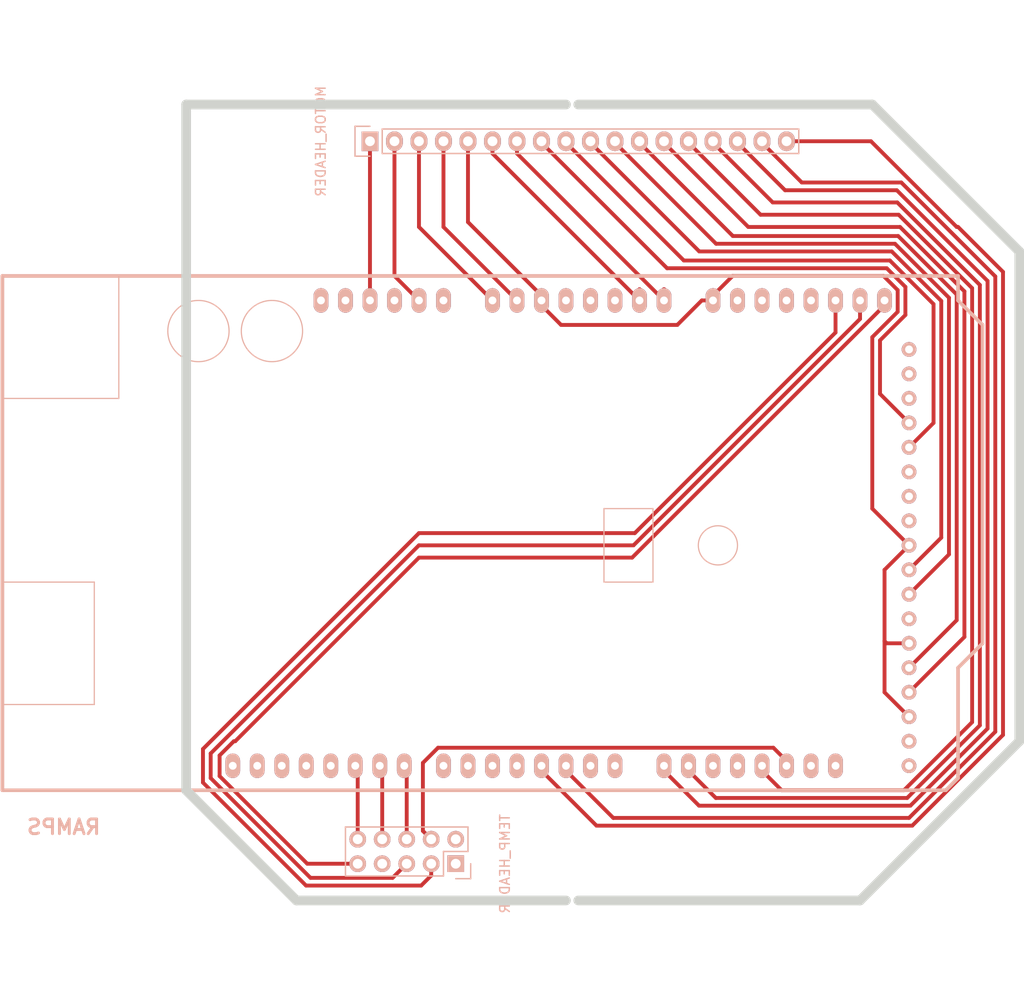
<source format=kicad_pcb>
(kicad_pcb (version 4) (host pcbnew 4.0.0~rc1a-stable)

  (general
    (links 29)
    (no_connects 10)
    (area 60.988173 39.611189 175.760001 144.538811)
    (thickness 1.6)
    (drawings 9)
    (tracks 164)
    (zones 0)
    (modules 3)
    (nets 26)
  )

  (page A4)
  (layers
    (0 F.Cu signal)
    (31 B.Cu signal)
    (32 B.Adhes user)
    (33 F.Adhes user)
    (34 B.Paste user)
    (35 F.Paste user)
    (36 B.SilkS user)
    (37 F.SilkS user)
    (38 B.Mask user)
    (39 F.Mask user)
    (40 Dwgs.User user)
    (41 Cmts.User user)
    (42 Eco1.User user)
    (43 Eco2.User user)
    (44 Edge.Cuts user)
    (45 Margin user)
    (46 B.CrtYd user)
    (47 F.CrtYd user)
    (48 B.Fab user)
    (49 F.Fab user)
  )

  (setup
    (last_trace_width 0.4)
    (trace_clearance 0.4)
    (zone_clearance 0.508)
    (zone_45_only no)
    (trace_min 0.2)
    (segment_width 0.2)
    (edge_width 1)
    (via_size 0.6)
    (via_drill 0.4)
    (via_min_size 0.4)
    (via_min_drill 0.3)
    (uvia_size 0.3)
    (uvia_drill 0.1)
    (uvias_allowed no)
    (uvia_min_size 0.2)
    (uvia_min_drill 0.1)
    (pcb_text_width 0.3)
    (pcb_text_size 1.5 1.5)
    (mod_edge_width 0.15)
    (mod_text_size 1 1)
    (mod_text_width 0.15)
    (pad_size 1.524 1.524)
    (pad_drill 0.762)
    (pad_to_mask_clearance 0.2)
    (aux_axis_origin 107.95 54.61)
    (visible_elements 7FFFFFFF)
    (pcbplotparams
      (layerselection 0x01000_00000001)
      (usegerberextensions false)
      (excludeedgelayer true)
      (linewidth 0.100000)
      (plotframeref false)
      (viasonmask false)
      (mode 1)
      (useauxorigin true)
      (hpglpennumber 1)
      (hpglpenspeed 20)
      (hpglpendiameter 15)
      (hpglpenoverlay 2)
      (psnegative false)
      (psa4output false)
      (plotreference true)
      (plotvalue true)
      (plotinvisibletext false)
      (padsonsilk false)
      (subtractmaskfromsilk false)
      (outputformat 1)
      (mirror false)
      (drillshape 0)
      (scaleselection 1)
      (outputdirectory ""))
  )

  (net 0 "")
  (net 1 5V)
  (net 2 AD0)
  (net 3 AD1)
  (net 4 38)
  (net 5 AD6)
  (net 6 AD7)
  (net 7 46)
  (net 8 48)
  (net 9 26)
  (net 10 28)
  (net 11 36)
  (net 12 34)
  (net 13 3)
  (net 14 2)
  (net 15 14)
  (net 16 15)
  (net 17 18)
  (net 18 GND)
  (net 19 AD15)
  (net 20 AD14)
  (net 21 AD13)
  (net 22 8)
  (net 23 9)
  (net 24 10)
  (net 25 19)

  (net_class Default "This is the default net class."
    (clearance 0.4)
    (trace_width 0.4)
    (via_dia 0.6)
    (via_drill 0.4)
    (uvia_dia 0.3)
    (uvia_drill 0.1)
    (add_net 10)
    (add_net 14)
    (add_net 15)
    (add_net 18)
    (add_net 19)
    (add_net 2)
    (add_net 26)
    (add_net 28)
    (add_net 3)
    (add_net 34)
    (add_net 36)
    (add_net 38)
    (add_net 46)
    (add_net 48)
    (add_net 5V)
    (add_net 8)
    (add_net 9)
    (add_net AD0)
    (add_net AD1)
    (add_net AD13)
    (add_net AD14)
    (add_net AD15)
    (add_net AD6)
    (add_net AD7)
    (add_net GND)
  )

  (module arduino_shields:ARDUINO_MEGA_SHIELD (layer B.Cu) (tedit 5672EF76) (tstamp 566D2148)
    (at 69.85 68.58)
    (path /55AE2970)
    (fp_text reference RAMPS (at 6.35 57.15) (layer B.SilkS)
      (effects (font (thickness 0.3048)) (justify mirror))
    )
    (fp_text value arduino_shields:ARDUINO_MEGA_SHIELD (at 13.97 54.61) (layer B.SilkS) hide
      (effects (font (thickness 0.3048)) (justify mirror))
    )
    (fp_circle (center 27.94 5.715) (end 31.115 5.715) (layer B.SilkS) (width 0.127))
    (fp_circle (center 20.32 5.715) (end 23.495 5.715) (layer B.SilkS) (width 0.127))
    (fp_line (start 0 12.7) (end 12.065 12.7) (layer B.SilkS) (width 0.127))
    (fp_line (start 12.065 12.7) (end 12.065 0) (layer B.SilkS) (width 0.127))
    (fp_line (start 0 44.45) (end 9.525 44.45) (layer B.SilkS) (width 0.127))
    (fp_line (start 9.525 44.45) (end 9.525 31.75) (layer B.SilkS) (width 0.127))
    (fp_line (start 9.525 31.75) (end 0 31.75) (layer B.SilkS) (width 0.127))
    (fp_line (start 62.357 31.75) (end 62.357 24.13) (layer B.SilkS) (width 0.127))
    (fp_line (start 62.357 24.13) (end 67.437 24.13) (layer B.SilkS) (width 0.127))
    (fp_line (start 67.437 24.13) (end 67.437 31.75) (layer B.SilkS) (width 0.127))
    (fp_line (start 67.437 31.75) (end 62.357 31.75) (layer B.SilkS) (width 0.127))
    (fp_circle (center 74.168 27.94) (end 76.2 27.94) (layer B.SilkS) (width 0.127))
    (fp_line (start 99.06 0) (end 0 0) (layer B.SilkS) (width 0.381))
    (fp_line (start 97.79 53.34) (end 0 53.34) (layer B.SilkS) (width 0.381))
    (fp_line (start 99.06 40.64) (end 99.06 52.07) (layer B.SilkS) (width 0.381))
    (fp_line (start 99.06 52.07) (end 97.79 53.34) (layer B.SilkS) (width 0.381))
    (fp_line (start 0 0) (end 0 53.34) (layer B.SilkS) (width 0.381))
    (fp_line (start 99.06 40.64) (end 101.6 38.1) (layer B.SilkS) (width 0.381))
    (fp_line (start 101.6 38.1) (end 101.6 5.08) (layer B.SilkS) (width 0.381))
    (fp_line (start 101.6 5.08) (end 99.06 2.54) (layer B.SilkS) (width 0.381))
    (fp_line (start 99.06 2.54) (end 99.06 0) (layer B.SilkS) (width 0.381))
    (pad 14 thru_hole oval (at 68.58 50.8 270) (size 2.54 1.524) (drill 0.8128) (layers *.Cu *.Mask B.SilkS)
      (net 15 14))
    (pad 15 thru_hole oval (at 71.12 50.8 270) (size 2.54 1.524) (drill 0.8128) (layers *.Cu *.Mask B.SilkS)
      (net 16 15))
    (pad 16 thru_hole oval (at 73.66 50.8 270) (size 2.54 1.524) (drill 0.8128) (layers *.Cu *.Mask B.SilkS))
    (pad 17 thru_hole oval (at 76.2 50.8 270) (size 2.54 1.524) (drill 0.8128) (layers *.Cu *.Mask B.SilkS))
    (pad 18 thru_hole oval (at 78.74 50.8 270) (size 2.54 1.524) (drill 0.8128) (layers *.Cu *.Mask B.SilkS)
      (net 17 18))
    (pad 19 thru_hole oval (at 81.28 50.8 270) (size 2.54 1.524) (drill 0.8128) (layers *.Cu *.Mask B.SilkS)
      (net 25 19))
    (pad 20 thru_hole oval (at 83.82 50.8 270) (size 2.54 1.524) (drill 0.8128) (layers *.Cu *.Mask B.SilkS))
    (pad 21 thru_hole oval (at 86.36 50.8 270) (size 2.54 1.524) (drill 0.8128) (layers *.Cu *.Mask B.SilkS))
    (pad AD15 thru_hole oval (at 91.44 2.54 270) (size 2.54 1.524) (drill 0.8128) (layers *.Cu *.Mask B.SilkS)
      (net 19 AD15))
    (pad AD14 thru_hole oval (at 88.9 2.54 270) (size 2.54 1.524) (drill 0.8128) (layers *.Cu *.Mask B.SilkS)
      (net 20 AD14))
    (pad AD13 thru_hole oval (at 86.36 2.54 270) (size 2.54 1.524) (drill 0.8128) (layers *.Cu *.Mask B.SilkS)
      (net 21 AD13))
    (pad AD12 thru_hole oval (at 83.82 2.54 270) (size 2.54 1.524) (drill 0.8128) (layers *.Cu *.Mask B.SilkS))
    (pad AD8 thru_hole oval (at 73.66 2.54 270) (size 2.54 1.524) (drill 0.8128) (layers *.Cu *.Mask B.SilkS)
      (net 4 38))
    (pad AD7 thru_hole oval (at 68.58 2.54 270) (size 2.54 1.524) (drill 0.8128) (layers *.Cu *.Mask B.SilkS)
      (net 6 AD7))
    (pad AD6 thru_hole oval (at 66.04 2.54 270) (size 2.54 1.524) (drill 0.8128) (layers *.Cu *.Mask B.SilkS)
      (net 5 AD6))
    (pad AD9 thru_hole oval (at 76.2 2.54 270) (size 2.54 1.524) (drill 0.8128) (layers *.Cu *.Mask B.SilkS))
    (pad AD10 thru_hole oval (at 78.74 2.54 270) (size 2.54 1.524) (drill 0.8128) (layers *.Cu *.Mask B.SilkS))
    (pad AD11 thru_hole oval (at 81.28 2.54 270) (size 2.54 1.524) (drill 0.8128) (layers *.Cu *.Mask B.SilkS))
    (pad AD5 thru_hole oval (at 63.5 2.54 270) (size 2.54 1.524) (drill 0.8128) (layers *.Cu *.Mask B.SilkS))
    (pad AD4 thru_hole oval (at 60.96 2.54 270) (size 2.54 1.524) (drill 0.8128) (layers *.Cu *.Mask B.SilkS))
    (pad AD3 thru_hole oval (at 58.42 2.54 270) (size 2.54 1.524) (drill 0.8128) (layers *.Cu *.Mask B.SilkS))
    (pad AD0 thru_hole oval (at 50.8 2.54 270) (size 2.54 1.524) (drill 0.8128) (layers *.Cu *.Mask B.SilkS)
      (net 2 AD0))
    (pad AD1 thru_hole oval (at 53.34 2.54 270) (size 2.54 1.524) (drill 0.8128) (layers *.Cu *.Mask B.SilkS)
      (net 3 AD1))
    (pad AD2 thru_hole oval (at 55.88 2.54 270) (size 2.54 1.524) (drill 0.8128) (layers *.Cu *.Mask B.SilkS)
      (net 4 38))
    (pad V_IN thru_hole oval (at 45.72 2.54 270) (size 2.54 1.524) (drill 0.8128) (layers *.Cu *.Mask B.SilkS))
    (pad GND2 thru_hole oval (at 43.18 2.54 270) (size 2.54 1.524) (drill 0.8128) (layers *.Cu *.Mask B.SilkS)
      (net 18 GND))
    (pad GND1 thru_hole oval (at 40.64 2.54 270) (size 2.54 1.524) (drill 0.8128) (layers *.Cu *.Mask B.SilkS))
    (pad 3V3 thru_hole oval (at 35.56 2.54 270) (size 2.54 1.524) (drill 0.8128) (layers *.Cu *.Mask B.SilkS))
    (pad RST thru_hole oval (at 33.02 2.54 270) (size 2.54 1.524) (drill 0.8128) (layers *.Cu *.Mask B.SilkS))
    (pad 0 thru_hole oval (at 63.5 50.8 270) (size 2.54 1.524) (drill 0.8128) (layers *.Cu *.Mask B.SilkS))
    (pad 1 thru_hole oval (at 60.96 50.8 270) (size 2.54 1.524) (drill 0.8128) (layers *.Cu *.Mask B.SilkS))
    (pad 2 thru_hole oval (at 58.42 50.8 270) (size 2.54 1.524) (drill 0.8128) (layers *.Cu *.Mask B.SilkS)
      (net 14 2))
    (pad 3 thru_hole oval (at 55.88 50.8 270) (size 2.54 1.524) (drill 0.8128) (layers *.Cu *.Mask B.SilkS)
      (net 13 3))
    (pad 4 thru_hole oval (at 53.34 50.8 270) (size 2.54 1.524) (drill 0.8128) (layers *.Cu *.Mask B.SilkS))
    (pad 5 thru_hole oval (at 50.8 50.8 270) (size 2.54 1.524) (drill 0.8128) (layers *.Cu *.Mask B.SilkS))
    (pad 6 thru_hole oval (at 48.26 50.8 270) (size 2.54 1.524) (drill 0.8128) (layers *.Cu *.Mask B.SilkS))
    (pad 7 thru_hole oval (at 45.72 50.8 270) (size 2.54 1.524) (drill 0.8128) (layers *.Cu *.Mask B.SilkS))
    (pad 8 thru_hole oval (at 41.656 50.8 270) (size 2.54 1.524) (drill 0.8128) (layers *.Cu *.Mask B.SilkS)
      (net 22 8))
    (pad 9 thru_hole oval (at 39.116 50.8 270) (size 2.54 1.524) (drill 0.8128) (layers *.Cu *.Mask B.SilkS)
      (net 23 9))
    (pad 10 thru_hole oval (at 36.576 50.8 270) (size 2.54 1.524) (drill 0.8128) (layers *.Cu *.Mask B.SilkS)
      (net 24 10))
    (pad 11 thru_hole oval (at 34.036 50.8 270) (size 2.54 1.524) (drill 0.8128) (layers *.Cu *.Mask B.SilkS))
    (pad 12 thru_hole oval (at 31.496 50.8 270) (size 2.54 1.524) (drill 0.8128) (layers *.Cu *.Mask B.SilkS))
    (pad 13 thru_hole oval (at 28.956 50.8 270) (size 2.54 1.524) (drill 0.8128) (layers *.Cu *.Mask B.SilkS))
    (pad GND3 thru_hole oval (at 26.416 50.8 270) (size 2.54 1.524) (drill 0.8128) (layers *.Cu *.Mask B.SilkS))
    (pad AREF thru_hole oval (at 23.876 50.8 270) (size 2.54 1.524) (drill 0.8128) (layers *.Cu *.Mask B.SilkS))
    (pad 5V thru_hole oval (at 38.1 2.54 270) (size 2.54 1.524) (drill 0.8128) (layers *.Cu *.Mask B.SilkS)
      (net 1 5V))
    (pad 22 thru_hole circle (at 93.98 48.26) (size 1.524 1.524) (drill 0.8128) (layers *.Cu *.Mask B.SilkS))
    (pad 24 thru_hole circle (at 93.98 45.72) (size 1.524 1.524) (drill 0.8128) (layers *.Cu *.Mask B.SilkS)
      (net 4 38))
    (pad 26 thru_hole circle (at 93.98 43.18) (size 1.524 1.524) (drill 0.8128) (layers *.Cu *.Mask B.SilkS)
      (net 9 26))
    (pad 28 thru_hole circle (at 93.98 40.64) (size 1.524 1.524) (drill 0.8128) (layers *.Cu *.Mask B.SilkS)
      (net 10 28))
    (pad 5V_4 thru_hole circle (at 93.98 50.8) (size 1.524 1.524) (drill 0.8128) (layers *.Cu *.Mask B.SilkS))
    (pad 30 thru_hole circle (at 93.98 38.1) (size 1.524 1.524) (drill 0.8128) (layers *.Cu *.Mask B.SilkS)
      (net 4 38))
    (pad 32 thru_hole circle (at 93.98 35.56) (size 1.524 1.524) (drill 0.8128) (layers *.Cu *.Mask B.SilkS))
    (pad 34 thru_hole circle (at 93.98 33.02) (size 1.524 1.524) (drill 0.8128) (layers *.Cu *.Mask B.SilkS)
      (net 12 34))
    (pad 36 thru_hole circle (at 93.98 30.48) (size 1.524 1.524) (drill 0.8128) (layers *.Cu *.Mask B.SilkS)
      (net 11 36))
    (pad 38 thru_hole circle (at 93.98 27.94) (size 1.524 1.524) (drill 0.8128) (layers *.Cu *.Mask B.SilkS)
      (net 4 38))
    (pad 40 thru_hole circle (at 93.98 25.4) (size 1.524 1.524) (drill 0.8128) (layers *.Cu *.Mask B.SilkS))
    (pad 42 thru_hole circle (at 93.98 22.86) (size 1.524 1.524) (drill 0.8128) (layers *.Cu *.Mask B.SilkS))
    (pad 44 thru_hole circle (at 93.98 20.32) (size 1.524 1.524) (drill 0.8128) (layers *.Cu *.Mask B.SilkS))
    (pad 46 thru_hole circle (at 93.98 17.78) (size 1.524 1.524) (drill 0.8128) (layers *.Cu *.Mask B.SilkS)
      (net 7 46))
    (pad 48 thru_hole circle (at 93.98 15.24) (size 1.524 1.524) (drill 0.8128) (layers *.Cu *.Mask B.SilkS)
      (net 8 48))
    (pad 50 thru_hole circle (at 93.98 12.7) (size 1.524 1.524) (drill 0.8128) (layers *.Cu *.Mask B.SilkS))
    (pad 52 thru_hole circle (at 93.98 10.16) (size 1.524 1.524) (drill 0.8128) (layers *.Cu *.Mask B.SilkS))
    (pad GND4 thru_hole circle (at 93.98 7.62) (size 1.524 1.524) (drill 0.8128) (layers *.Cu *.Mask B.SilkS))
    (model packages3d\nick\ArduinoMegaShield.wrl
      (at (xyz 0 0 0))
      (scale (xyz 1 1 1))
      (rotate (xyz 0 0 0))
    )
  )

  (module Pin_Headers:Pin_Header_Straight_2x05 (layer B.Cu) (tedit 0) (tstamp 566D23AE)
    (at 116.84 129.54 90)
    (descr "Through hole pin header")
    (tags "pin header")
    (path /55AE2970)
    (fp_text reference TEMP_HEADER (at 0 5.1 90) (layer B.SilkS)
      (effects (font (size 1 1) (thickness 0.15)) (justify mirror))
    )
    (fp_text value Pin_Headers:Pin_Header_Straight_2x05 (at 0 3.1 90) (layer B.Fab)
      (effects (font (size 1 1) (thickness 0.15)) (justify mirror))
    )
    (fp_line (start -1.75 1.75) (end -1.75 -11.95) (layer B.CrtYd) (width 0.05))
    (fp_line (start 4.3 1.75) (end 4.3 -11.95) (layer B.CrtYd) (width 0.05))
    (fp_line (start -1.75 1.75) (end 4.3 1.75) (layer B.CrtYd) (width 0.05))
    (fp_line (start -1.75 -11.95) (end 4.3 -11.95) (layer B.CrtYd) (width 0.05))
    (fp_line (start 3.81 1.27) (end 3.81 -11.43) (layer B.SilkS) (width 0.15))
    (fp_line (start 3.81 -11.43) (end -1.27 -11.43) (layer B.SilkS) (width 0.15))
    (fp_line (start -1.27 -11.43) (end -1.27 -1.27) (layer B.SilkS) (width 0.15))
    (fp_line (start 3.81 1.27) (end 1.27 1.27) (layer B.SilkS) (width 0.15))
    (fp_line (start 0 1.55) (end -1.55 1.55) (layer B.SilkS) (width 0.15))
    (fp_line (start 1.27 1.27) (end 1.27 -1.27) (layer B.SilkS) (width 0.15))
    (fp_line (start 1.27 -1.27) (end -1.27 -1.27) (layer B.SilkS) (width 0.15))
    (fp_line (start -1.55 1.55) (end -1.55 0) (layer B.SilkS) (width 0.15))
    (pad 1 thru_hole rect (at 0 0 90) (size 1.7272 1.7272) (drill 1.016) (layers *.Cu *.Mask B.SilkS))
    (pad 2 thru_hole oval (at 2.54 0 90) (size 1.7272 1.7272) (drill 1.016) (layers *.Cu *.Mask B.SilkS))
    (pad 3 thru_hole oval (at 0 -2.54 90) (size 1.7272 1.7272) (drill 1.016) (layers *.Cu *.Mask B.SilkS)
      (net 21 AD13))
    (pad 4 thru_hole oval (at 2.54 -2.54 90) (size 1.7272 1.7272) (drill 1.016) (layers *.Cu *.Mask B.SilkS)
      (net 25 19))
    (pad 5 thru_hole oval (at 0 -5.08 90) (size 1.7272 1.7272) (drill 1.016) (layers *.Cu *.Mask B.SilkS)
      (net 20 AD14))
    (pad 6 thru_hole oval (at 2.54 -5.08 90) (size 1.7272 1.7272) (drill 1.016) (layers *.Cu *.Mask B.SilkS)
      (net 22 8))
    (pad 7 thru_hole oval (at 0 -7.62 90) (size 1.7272 1.7272) (drill 1.016) (layers *.Cu *.Mask B.SilkS))
    (pad 8 thru_hole oval (at 2.54 -7.62 90) (size 1.7272 1.7272) (drill 1.016) (layers *.Cu *.Mask B.SilkS)
      (net 23 9))
    (pad 9 thru_hole oval (at 0 -10.16 90) (size 1.7272 1.7272) (drill 1.016) (layers *.Cu *.Mask B.SilkS)
      (net 19 AD15))
    (pad 10 thru_hole oval (at 2.54 -10.16 90) (size 1.7272 1.7272) (drill 1.016) (layers *.Cu *.Mask B.SilkS)
      (net 24 10))
    (model Pin_Headers.3dshapes/Pin_Header_Straight_2x05.wrl
      (at (xyz 0.05 -0.2 0))
      (scale (xyz 1 1 1))
      (rotate (xyz 0 0 90))
    )
  )

  (module Pin_Headers:Pin_Header_Straight_1x18 (layer B.Cu) (tedit 0) (tstamp 566D233E)
    (at 107.95 54.61 270)
    (descr "Through hole pin header")
    (tags "pin header")
    (path /55AE2970)
    (fp_text reference MOTOR_HEADER (at 0 5.1 270) (layer B.SilkS)
      (effects (font (size 1 1) (thickness 0.15)) (justify mirror))
    )
    (fp_text value Pin_Headers:Pin_Header_Straight_1x18 (at 0 3.1 270) (layer B.Fab)
      (effects (font (size 1 1) (thickness 0.15)) (justify mirror))
    )
    (fp_line (start -1.75 1.75) (end -1.75 -44.95) (layer B.CrtYd) (width 0.05))
    (fp_line (start 1.75 1.75) (end 1.75 -44.95) (layer B.CrtYd) (width 0.05))
    (fp_line (start -1.75 1.75) (end 1.75 1.75) (layer B.CrtYd) (width 0.05))
    (fp_line (start -1.75 -44.95) (end 1.75 -44.95) (layer B.CrtYd) (width 0.05))
    (fp_line (start 1.27 -1.27) (end 1.27 -44.45) (layer B.SilkS) (width 0.15))
    (fp_line (start 1.27 -44.45) (end -1.27 -44.45) (layer B.SilkS) (width 0.15))
    (fp_line (start -1.27 -44.45) (end -1.27 -1.27) (layer B.SilkS) (width 0.15))
    (fp_line (start 1.55 1.55) (end 1.55 0) (layer B.SilkS) (width 0.15))
    (fp_line (start 1.27 -1.27) (end -1.27 -1.27) (layer B.SilkS) (width 0.15))
    (fp_line (start -1.55 0) (end -1.55 1.55) (layer B.SilkS) (width 0.15))
    (fp_line (start -1.55 1.55) (end 1.55 1.55) (layer B.SilkS) (width 0.15))
    (pad 1 thru_hole rect (at 0 0 270) (size 2.032 1.7272) (drill 1.016) (layers *.Cu *.Mask B.SilkS)
      (net 1 5V))
    (pad 2 thru_hole oval (at 0 -2.54 270) (size 2.032 1.7272) (drill 1.016) (layers *.Cu *.Mask B.SilkS)
      (net 18 GND))
    (pad 3 thru_hole oval (at 0 -5.08 270) (size 2.032 1.7272) (drill 1.016) (layers *.Cu *.Mask B.SilkS)
      (net 2 AD0))
    (pad 4 thru_hole oval (at 0 -7.62 270) (size 2.032 1.7272) (drill 1.016) (layers *.Cu *.Mask B.SilkS)
      (net 3 AD1))
    (pad 5 thru_hole oval (at 0 -10.16 270) (size 2.032 1.7272) (drill 1.016) (layers *.Cu *.Mask B.SilkS)
      (net 4 38))
    (pad 6 thru_hole oval (at 0 -12.7 270) (size 2.032 1.7272) (drill 1.016) (layers *.Cu *.Mask B.SilkS)
      (net 5 AD6))
    (pad 7 thru_hole oval (at 0 -15.24 270) (size 2.032 1.7272) (drill 1.016) (layers *.Cu *.Mask B.SilkS)
      (net 6 AD7))
    (pad 8 thru_hole oval (at 0 -17.78 270) (size 2.032 1.7272) (drill 1.016) (layers *.Cu *.Mask B.SilkS)
      (net 8 48))
    (pad 9 thru_hole oval (at 0 -20.32 270) (size 2.032 1.7272) (drill 1.016) (layers *.Cu *.Mask B.SilkS)
      (net 7 46))
    (pad 10 thru_hole oval (at 0 -22.86 270) (size 2.032 1.7272) (drill 1.016) (layers *.Cu *.Mask B.SilkS)
      (net 11 36))
    (pad 11 thru_hole oval (at 0 -25.4 270) (size 2.032 1.7272) (drill 1.016) (layers *.Cu *.Mask B.SilkS)
      (net 12 34))
    (pad 12 thru_hole oval (at 0 -27.94 270) (size 2.032 1.7272) (drill 1.016) (layers *.Cu *.Mask B.SilkS)
      (net 10 28))
    (pad 13 thru_hole oval (at 0 -30.48 270) (size 2.032 1.7272) (drill 1.016) (layers *.Cu *.Mask B.SilkS)
      (net 9 26))
    (pad 14 thru_hole oval (at 0 -33.02 270) (size 2.032 1.7272) (drill 1.016) (layers *.Cu *.Mask B.SilkS)
      (net 17 18))
    (pad 15 thru_hole oval (at 0 -35.56 270) (size 2.032 1.7272) (drill 1.016) (layers *.Cu *.Mask B.SilkS)
      (net 16 15))
    (pad 16 thru_hole oval (at 0 -38.1 270) (size 2.032 1.7272) (drill 1.016) (layers *.Cu *.Mask B.SilkS)
      (net 15 14))
    (pad 17 thru_hole oval (at 0 -40.64 270) (size 2.032 1.7272) (drill 1.016) (layers *.Cu *.Mask B.SilkS)
      (net 14 2))
    (pad 18 thru_hole oval (at 0 -43.18 270) (size 2.032 1.7272) (drill 1.016) (layers *.Cu *.Mask B.SilkS)
      (net 13 3))
    (model Pin_Headers.3dshapes/Pin_Header_Straight_1x18.wrl
      (at (xyz 0 -0.85 0))
      (scale (xyz 1 1 1))
      (rotate (xyz 0 0 90))
    )
  )

  (gr_line (start 88.9 50.8) (end 128.27 50.8) (layer Edge.Cuts) (width 1))
  (gr_line (start 88.9 121.92) (end 88.9 50.8) (layer Edge.Cuts) (width 1))
  (gr_line (start 100.33 133.35) (end 88.9 121.92) (layer Edge.Cuts) (width 1))
  (gr_line (start 128.27 133.35) (end 100.33 133.35) (layer Edge.Cuts) (width 1))
  (gr_line (start 158.75 133.35) (end 129.54 133.35) (layer Edge.Cuts) (width 1))
  (gr_line (start 175.26 116.84) (end 158.75 133.35) (layer Edge.Cuts) (width 1))
  (gr_line (start 175.26 66.04) (end 175.26 116.84) (layer Edge.Cuts) (width 1))
  (gr_line (start 160.02 50.8) (end 175.26 66.04) (layer Edge.Cuts) (width 1))
  (gr_line (start 129.54 50.8) (end 160.02 50.8) (layer Edge.Cuts) (width 1))

  (segment (start 107.95 54.61) (end 107.95 71.12) (width 0.4) (layer F.Cu) (net 1) (status 30))
  (segment (start 113.03 54.61) (end 113.03 63.5) (width 0.4) (layer F.Cu) (net 2) (status 10))
  (segment (start 113.03 63.5) (end 120.65 71.12) (width 0.4) (layer F.Cu) (net 2) (tstamp 5672ED82) (status 20))
  (segment (start 120.65 71.12) (end 120.65 70.612) (width 0.5) (layer F.Cu) (net 2) (status 30))
  (segment (start 115.57 54.61) (end 115.57 63.5) (width 0.4) (layer F.Cu) (net 3) (status 10))
  (segment (start 115.57 63.5) (end 123.19 71.12) (width 0.4) (layer F.Cu) (net 3) (tstamp 5672ED86) (status 20))
  (segment (start 123.19 71.12) (end 123.19 70.612) (width 0.5) (layer F.Cu) (net 3) (status 30))
  (segment (start 160.02 74.93) (end 160.02 92.71) (width 0.4) (layer F.Cu) (net 4))
  (segment (start 160.02 92.71) (end 163.83 96.52) (width 0.4) (layer F.Cu) (net 4) (status 20))
  (segment (start 162.65201 72.29799) (end 160.02 74.93) (width 0.4) (layer F.Cu) (net 4))
  (segment (start 145.542 68.58) (end 161.184173 68.58) (width 0.4) (layer F.Cu) (net 4))
  (segment (start 161.184173 68.58) (end 162.65201 70.047837) (width 0.4) (layer F.Cu) (net 4))
  (segment (start 162.65201 70.047837) (end 162.65201 72.29799) (width 0.4) (layer F.Cu) (net 4))
  (segment (start 143.51 70.612) (end 145.542 68.58) (width 0.4) (layer F.Cu) (net 4) (status 10))
  (segment (start 143.51 71.12) (end 143.51 70.612) (width 0.4) (layer F.Cu) (net 4) (status 30))
  (segment (start 127.762 73.66) (end 139.808 73.66) (width 0.4) (layer F.Cu) (net 4))
  (segment (start 139.808 73.66) (end 142.348 71.12) (width 0.4) (layer F.Cu) (net 4))
  (segment (start 142.348 71.12) (end 143.51 71.12) (width 0.4) (layer F.Cu) (net 4) (status 20))
  (segment (start 125.73 71.12) (end 125.73 71.628) (width 0.4) (layer F.Cu) (net 4) (status 30))
  (segment (start 125.73 71.628) (end 127.762 73.66) (width 0.4) (layer F.Cu) (net 4) (status 10))
  (segment (start 118.11 54.61) (end 118.11 62.992) (width 0.4) (layer F.Cu) (net 4) (status 10))
  (segment (start 118.11 62.992) (end 125.73 70.612) (width 0.4) (layer F.Cu) (net 4) (status 20))
  (segment (start 125.73 70.612) (end 125.73 71.12) (width 0.4) (layer F.Cu) (net 4) (status 30))
  (segment (start 161.29 111.76) (end 161.29 106.446371) (width 0.4) (layer F.Cu) (net 4))
  (segment (start 161.29 106.446371) (end 161.29 99.06) (width 0.4) (layer F.Cu) (net 4))
  (segment (start 163.83 106.68) (end 161.523629 106.68) (width 0.4) (layer F.Cu) (net 4) (status 10))
  (segment (start 161.523629 106.68) (end 161.29 106.446371) (width 0.4) (layer F.Cu) (net 4))
  (segment (start 163.83 114.3) (end 161.29 111.76) (width 0.4) (layer F.Cu) (net 4) (status 10))
  (segment (start 161.29 99.06) (end 163.83 96.52) (width 0.4) (layer F.Cu) (net 4) (status 20))
  (segment (start 120.65 54.61) (end 120.65 55.88) (width 0.4) (layer F.Cu) (net 5) (status 10))
  (segment (start 120.65 55.88) (end 135.89 71.12) (width 0.4) (layer F.Cu) (net 5) (tstamp 5672EDA1) (status 20))
  (segment (start 135.89 71.12) (end 135.89 70.0024) (width 0.5) (layer F.Cu) (net 5) (status 30))
  (segment (start 120.65 54.7624) (end 120.65 54.61) (width 0.5) (layer F.Cu) (net 5) (status 30))
  (segment (start 123.19 54.61) (end 123.19 55.88) (width 0.4) (layer F.Cu) (net 6) (status 10))
  (segment (start 123.19 55.88) (end 138.43 71.12) (width 0.4) (layer F.Cu) (net 6) (tstamp 5672EDA6) (status 20))
  (segment (start 138.43 71.12) (end 138.43 70.0024) (width 0.5) (layer F.Cu) (net 6) (status 30))
  (segment (start 123.19 54.7624) (end 123.19 54.61) (width 0.5) (layer F.Cu) (net 6) (status 30))
  (segment (start 166.37 71.503059) (end 166.37 83.82) (width 0.4) (layer F.Cu) (net 7))
  (segment (start 166.37 83.82) (end 163.83 86.36) (width 0.4) (layer F.Cu) (net 7))
  (segment (start 140.48758 66.97998) (end 161.846921 66.97998) (width 0.4) (layer F.Cu) (net 7))
  (segment (start 161.846921 66.97998) (end 166.37 71.503059) (width 0.4) (layer F.Cu) (net 7))
  (segment (start 128.27 54.7624) (end 140.48758 66.97998) (width 0.4) (layer F.Cu) (net 7))
  (segment (start 128.27 54.61) (end 128.27 54.7624) (width 0.25) (layer F.Cu) (net 7) (status 30))
  (segment (start 125.73 54.7624) (end 138.74759 67.77999) (width 0.4) (layer F.Cu) (net 8))
  (segment (start 163.45202 69.716463) (end 163.45202 72.629364) (width 0.4) (layer F.Cu) (net 8))
  (segment (start 138.74759 67.77999) (end 161.515547 67.77999) (width 0.4) (layer F.Cu) (net 8))
  (segment (start 160.82001 75.261374) (end 160.82001 80.81001) (width 0.4) (layer F.Cu) (net 8))
  (segment (start 161.515547 67.77999) (end 163.45202 69.716463) (width 0.4) (layer F.Cu) (net 8))
  (segment (start 163.45202 72.629364) (end 160.82001 75.261374) (width 0.4) (layer F.Cu) (net 8))
  (segment (start 160.82001 80.81001) (end 163.83 83.82) (width 0.4) (layer F.Cu) (net 8))
  (segment (start 125.73 54.61) (end 125.73 54.7624) (width 0.25) (layer F.Cu) (net 8) (status 30))
  (segment (start 162.892477 63.5) (end 147.1676 63.5) (width 0.4) (layer F.Cu) (net 9))
  (segment (start 147.1676 63.5) (end 138.43 54.7624) (width 0.4) (layer F.Cu) (net 9))
  (segment (start 138.43 54.7624) (end 138.43 54.61) (width 0.4) (layer F.Cu) (net 9))
  (segment (start 163.83 111.76) (end 169.57004 106.01996) (width 0.4) (layer F.Cu) (net 9))
  (segment (start 169.57004 106.01996) (end 169.57004 70.177563) (width 0.4) (layer F.Cu) (net 9))
  (segment (start 169.57004 70.177563) (end 162.892477 63.5) (width 0.4) (layer F.Cu) (net 9))
  (segment (start 162.701073 64.43998) (end 145.56758 64.43998) (width 0.4) (layer F.Cu) (net 10))
  (segment (start 145.56758 64.43998) (end 135.89 54.7624) (width 0.4) (layer F.Cu) (net 10))
  (segment (start 135.89 54.7624) (end 135.89 54.61) (width 0.4) (layer F.Cu) (net 10))
  (segment (start 163.83 109.22) (end 168.77003 104.27997) (width 0.4) (layer F.Cu) (net 10))
  (segment (start 168.77003 70.508937) (end 162.701073 64.43998) (width 0.4) (layer F.Cu) (net 10))
  (segment (start 168.77003 104.27997) (end 168.77003 70.508937) (width 0.4) (layer F.Cu) (net 10))
  (segment (start 130.81 54.7624) (end 142.0876 66.04) (width 0.4) (layer F.Cu) (net 11))
  (segment (start 142.0876 66.04) (end 162.038325 66.04) (width 0.4) (layer F.Cu) (net 11))
  (segment (start 162.038325 66.04) (end 167.17001 71.171685) (width 0.4) (layer F.Cu) (net 11))
  (segment (start 167.17001 95.71999) (end 164.591999 98.298001) (width 0.4) (layer F.Cu) (net 11))
  (segment (start 167.17001 71.171685) (end 167.17001 95.71999) (width 0.4) (layer F.Cu) (net 11))
  (segment (start 164.591999 98.298001) (end 163.83 99.06) (width 0.4) (layer F.Cu) (net 11))
  (segment (start 130.81 54.61) (end 130.81 54.7624) (width 0.25) (layer F.Cu) (net 11) (status 30))
  (segment (start 167.97002 70.840311) (end 167.97002 97.45998) (width 0.4) (layer F.Cu) (net 12))
  (segment (start 167.97002 97.45998) (end 163.83 101.6) (width 0.4) (layer F.Cu) (net 12))
  (segment (start 143.82759 65.23999) (end 162.369699 65.23999) (width 0.4) (layer F.Cu) (net 12))
  (segment (start 162.369699 65.23999) (end 167.97002 70.840311) (width 0.4) (layer F.Cu) (net 12))
  (segment (start 133.35 54.7624) (end 143.82759 65.23999) (width 0.4) (layer F.Cu) (net 12))
  (segment (start 133.35 54.61) (end 133.35 54.7624) (width 0.25) (layer F.Cu) (net 12) (status 30))
  (segment (start 125.73 119.38) (end 125.73 119.888) (width 0.4) (layer F.Cu) (net 13))
  (segment (start 125.73 119.888) (end 131.431924 125.589924) (width 0.4) (layer F.Cu) (net 13))
  (segment (start 173.570088 116.18121) (end 173.570088 68.160088) (width 0.4) (layer F.Cu) (net 13))
  (segment (start 168.91 63.5) (end 168.771384 63.5) (width 0.4) (layer F.Cu) (net 13))
  (segment (start 131.431924 125.589924) (end 164.161374 125.589924) (width 0.4) (layer F.Cu) (net 13))
  (segment (start 164.161374 125.589924) (end 173.570088 116.18121) (width 0.4) (layer F.Cu) (net 13))
  (segment (start 173.570088 68.160088) (end 168.91 63.5) (width 0.4) (layer F.Cu) (net 13))
  (segment (start 168.771384 63.5) (end 159.881384 54.61) (width 0.4) (layer F.Cu) (net 13))
  (segment (start 159.881384 54.61) (end 151.13 54.61) (width 0.4) (layer F.Cu) (net 13))
  (segment (start 148.59 54.7624) (end 152.71759 58.88999) (width 0.4) (layer F.Cu) (net 14))
  (segment (start 152.71759 58.88999) (end 163.02999 58.88999) (width 0.4) (layer F.Cu) (net 14))
  (segment (start 163.02999 58.88999) (end 172.770078 68.630078) (width 0.4) (layer F.Cu) (net 14))
  (segment (start 172.770078 68.630078) (end 172.770078 115.849836) (width 0.4) (layer F.Cu) (net 14))
  (segment (start 172.770078 115.849836) (end 163.83 124.789914) (width 0.4) (layer F.Cu) (net 14))
  (segment (start 163.83 124.789914) (end 133.171914 124.789914) (width 0.4) (layer F.Cu) (net 14))
  (segment (start 133.171914 124.789914) (end 128.27 119.888) (width 0.4) (layer F.Cu) (net 14))
  (segment (start 128.27 119.888) (end 128.27 119.38) (width 0.4) (layer F.Cu) (net 14))
  (segment (start 148.59 54.7624) (end 148.59 54.61) (width 0.5) (layer F.Cu) (net 14) (status 30))
  (segment (start 138.43 119.888) (end 142.06202 123.52002) (width 0.4) (layer F.Cu) (net 15))
  (segment (start 142.06202 123.52002) (end 163.96851 123.52002) (width 0.4) (layer F.Cu) (net 15))
  (segment (start 163.96851 123.52002) (end 171.970068 115.518462) (width 0.4) (layer F.Cu) (net 15))
  (segment (start 171.970068 115.518462) (end 171.970068 69.100068) (width 0.4) (layer F.Cu) (net 15))
  (segment (start 171.970068 69.100068) (end 162.56 59.69) (width 0.4) (layer F.Cu) (net 15))
  (segment (start 162.56 59.69) (end 150.9776 59.69) (width 0.4) (layer F.Cu) (net 15))
  (segment (start 150.9776 59.69) (end 146.05 54.7624) (width 0.4) (layer F.Cu) (net 15))
  (segment (start 146.05 54.7624) (end 146.05 54.61) (width 0.4) (layer F.Cu) (net 15))
  (segment (start 138.43 119.888) (end 138.43 119.38) (width 0.5) (layer F.Cu) (net 15) (status 30))
  (segment (start 140.97 119.888) (end 143.80201 122.72001) (width 0.4) (layer F.Cu) (net 16))
  (segment (start 143.80201 122.72001) (end 163.637136 122.72001) (width 0.4) (layer F.Cu) (net 16))
  (segment (start 163.637136 122.72001) (end 171.170058 115.187088) (width 0.4) (layer F.Cu) (net 16))
  (segment (start 171.170058 115.187088) (end 171.170058 69.514813) (width 0.4) (layer F.Cu) (net 16))
  (segment (start 171.170058 69.514813) (end 162.615245 60.96) (width 0.4) (layer F.Cu) (net 16))
  (segment (start 162.615245 60.96) (end 149.7076 60.96) (width 0.4) (layer F.Cu) (net 16))
  (segment (start 149.7076 60.96) (end 143.51 54.7624) (width 0.4) (layer F.Cu) (net 16))
  (segment (start 143.51 54.7624) (end 143.51 54.61) (width 0.4) (layer F.Cu) (net 16))
  (segment (start 140.97 119.888) (end 140.97 119.38) (width 0.5) (layer F.Cu) (net 16) (status 30))
  (segment (start 148.59 119.888) (end 150.622 121.92) (width 0.4) (layer F.Cu) (net 17))
  (segment (start 150.622 121.92) (end 163.305762 121.92) (width 0.4) (layer F.Cu) (net 17))
  (segment (start 163.305762 121.92) (end 170.37005 114.855712) (width 0.4) (layer F.Cu) (net 17))
  (segment (start 170.37005 114.855712) (end 170.37005 69.846189) (width 0.4) (layer F.Cu) (net 17))
  (segment (start 170.37005 69.846189) (end 162.753861 62.23) (width 0.4) (layer F.Cu) (net 17))
  (segment (start 162.753861 62.23) (end 148.4376 62.23) (width 0.4) (layer F.Cu) (net 17))
  (segment (start 148.4376 62.23) (end 140.97 54.7624) (width 0.4) (layer F.Cu) (net 17))
  (segment (start 140.97 54.7624) (end 140.97 54.61) (width 0.4) (layer F.Cu) (net 17))
  (segment (start 148.59 119.888) (end 148.59 119.38) (width 0.5) (layer F.Cu) (net 17) (status 30))
  (segment (start 110.49 54.61) (end 110.49 68.58) (width 0.4) (layer F.Cu) (net 18) (status 10))
  (segment (start 110.49 68.58) (end 113.03 71.12) (width 0.4) (layer F.Cu) (net 18) (tstamp 5672ED78) (status 20))
  (segment (start 113.03 71.12) (end 113.03 70.612) (width 0.5) (layer F.Cu) (net 18) (status 30))
  (segment (start 113.03 97.79) (end 135.128 97.79) (width 0.4) (layer F.Cu) (net 19))
  (segment (start 135.128 97.79) (end 161.29 71.628) (width 0.4) (layer F.Cu) (net 19))
  (segment (start 161.29 71.628) (end 161.29 71.12) (width 0.4) (layer F.Cu) (net 19))
  (segment (start 93.98 116.84) (end 113.03 97.79) (width 0.4) (layer F.Cu) (net 19))
  (segment (start 93.831827 116.84) (end 93.98 116.84) (width 0.4) (layer F.Cu) (net 19))
  (segment (start 106.68 129.54) (end 101.451827 129.54) (width 0.4) (layer F.Cu) (net 19))
  (segment (start 101.451827 129.54) (end 92.36399 120.452163) (width 0.4) (layer F.Cu) (net 19))
  (segment (start 92.36399 120.452163) (end 92.36399 118.307837) (width 0.4) (layer F.Cu) (net 19))
  (segment (start 92.36399 118.307837) (end 93.831827 116.84) (width 0.4) (layer F.Cu) (net 19))
  (segment (start 135.266616 96.52) (end 158.75 73.036616) (width 0.4) (layer F.Cu) (net 20))
  (segment (start 158.75 73.036616) (end 158.75 71.12) (width 0.4) (layer F.Cu) (net 20))
  (segment (start 113.020443 96.52) (end 135.266616 96.52) (width 0.4) (layer F.Cu) (net 20))
  (segment (start 91.44 120.659557) (end 91.44 118.100443) (width 0.4) (layer F.Cu) (net 20))
  (segment (start 91.44 118.100443) (end 113.020443 96.52) (width 0.4) (layer F.Cu) (net 20))
  (segment (start 111.76 129.54) (end 110.296399 131.003601) (width 0.4) (layer F.Cu) (net 20))
  (segment (start 110.296399 131.003601) (end 101.784044 131.003601) (width 0.4) (layer F.Cu) (net 20))
  (segment (start 101.784044 131.003601) (end 91.44 120.659557) (width 0.4) (layer F.Cu) (net 20))
  (segment (start 158.75 71.628) (end 158.75 71.12) (width 0.25) (layer F.Cu) (net 20) (status 30))
  (segment (start 135.405232 95.25) (end 156.21 74.445232) (width 0.4) (layer F.Cu) (net 21))
  (segment (start 156.21 74.445232) (end 156.21 71.12) (width 0.4) (layer F.Cu) (net 21))
  (segment (start 113.03 95.25) (end 135.405232 95.25) (width 0.4) (layer F.Cu) (net 21))
  (segment (start 90.63999 117.64001) (end 113.03 95.25) (width 0.4) (layer F.Cu) (net 21))
  (segment (start 101.323611 131.803611) (end 90.63999 121.11999) (width 0.4) (layer F.Cu) (net 21))
  (segment (start 90.63999 121.11999) (end 90.63999 117.64001) (width 0.4) (layer F.Cu) (net 21))
  (segment (start 114.3 129.54) (end 114.3 130.761314) (width 0.4) (layer F.Cu) (net 21))
  (segment (start 114.3 130.761314) (end 113.257703 131.803611) (width 0.4) (layer F.Cu) (net 21))
  (segment (start 113.257703 131.803611) (end 101.323611 131.803611) (width 0.4) (layer F.Cu) (net 21))
  (segment (start 156.21 71.628) (end 156.21 71.12) (width 0.25) (layer F.Cu) (net 21) (status 30))
  (segment (start 111.76 127) (end 111.76 119.634) (width 0.4) (layer F.Cu) (net 22))
  (segment (start 111.76 119.634) (end 111.506 119.38) (width 0.4) (layer F.Cu) (net 22))
  (segment (start 109.22 127) (end 109.22 119.634) (width 0.4) (layer F.Cu) (net 23))
  (segment (start 109.22 119.634) (end 108.966 119.38) (width 0.4) (layer F.Cu) (net 23))
  (segment (start 106.68 127) (end 106.68 119.634) (width 0.4) (layer F.Cu) (net 24))
  (segment (start 106.68 119.634) (end 106.426 119.38) (width 0.4) (layer F.Cu) (net 24))
  (segment (start 114.3 127) (end 113.436401 126.136401) (width 0.4) (layer F.Cu) (net 25))
  (segment (start 113.436401 126.136401) (end 113.436401 119.079426) (width 0.4) (layer F.Cu) (net 25))
  (segment (start 113.436401 119.079426) (end 115.005837 117.50999) (width 0.4) (layer F.Cu) (net 25))
  (segment (start 151.13 118.872) (end 151.13 119.38) (width 0.4) (layer F.Cu) (net 25))
  (segment (start 115.005837 117.50999) (end 149.76799 117.50999) (width 0.4) (layer F.Cu) (net 25))
  (segment (start 149.76799 117.50999) (end 151.13 118.872) (width 0.4) (layer F.Cu) (net 25))

)

</source>
